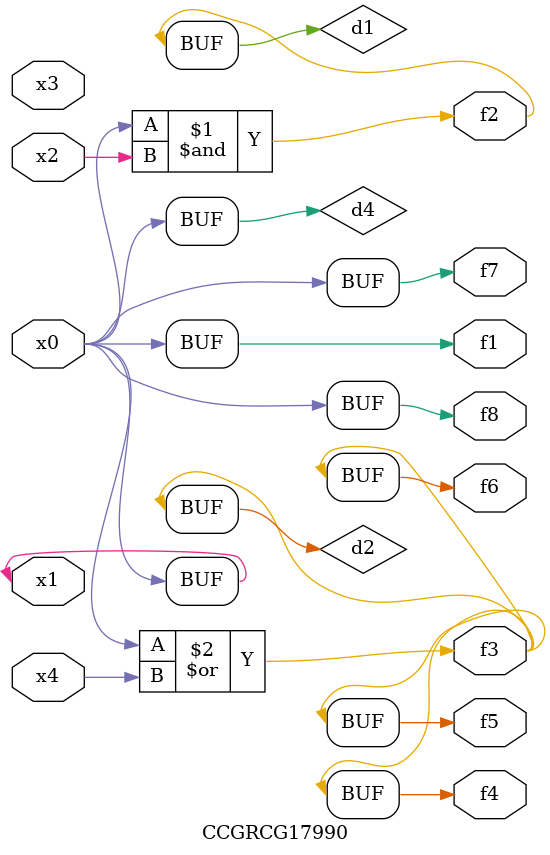
<source format=v>
module CCGRCG17990(
	input x0, x1, x2, x3, x4,
	output f1, f2, f3, f4, f5, f6, f7, f8
);

	wire d1, d2, d3, d4;

	and (d1, x0, x2);
	or (d2, x0, x4);
	nand (d3, x0, x2);
	buf (d4, x0, x1);
	assign f1 = d4;
	assign f2 = d1;
	assign f3 = d2;
	assign f4 = d2;
	assign f5 = d2;
	assign f6 = d2;
	assign f7 = d4;
	assign f8 = d4;
endmodule

</source>
